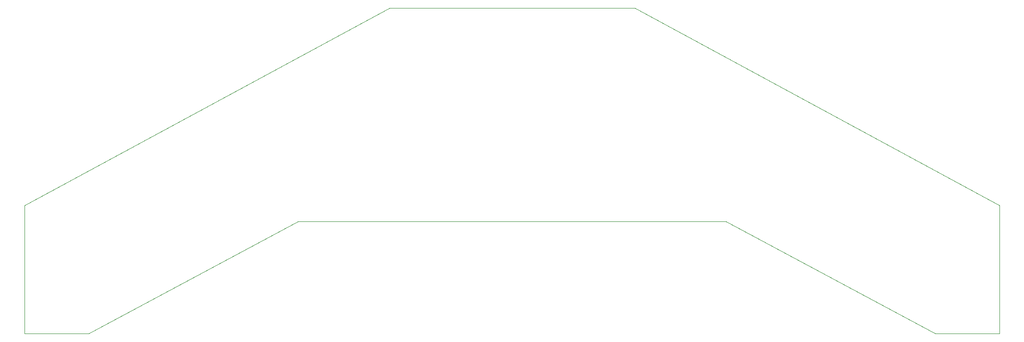
<source format=gm1>
G04 #@! TF.GenerationSoftware,KiCad,Pcbnew,(6.0.0)*
G04 #@! TF.CreationDate,2022-01-13T00:17:18-05:00*
G04 #@! TF.ProjectId,TGD,5447442e-6b69-4636-9164-5f7063625858,rev?*
G04 #@! TF.SameCoordinates,Original*
G04 #@! TF.FileFunction,Profile,NP*
%FSLAX46Y46*%
G04 Gerber Fmt 4.6, Leading zero omitted, Abs format (unit mm)*
G04 Created by KiCad (PCBNEW (6.0.0)) date 2022-01-13 00:17:18*
%MOMM*%
%LPD*%
G01*
G04 APERTURE LIST*
G04 #@! TA.AperFunction,Profile*
%ADD10C,0.050000*%
G04 #@! TD*
G04 #@! TA.AperFunction,Profile*
%ADD11C,0.100000*%
G04 #@! TD*
G04 APERTURE END LIST*
D10*
X87500000Y-35500000D02*
X87500000Y-58500000D01*
X76000000Y-58500000D02*
X87500000Y-58500000D01*
D11*
X-76000000Y-58500000D02*
X-87500000Y-58500000D01*
X-87500000Y-35500000D02*
X-87500000Y-58500000D01*
D10*
X38400000Y-38300000D02*
X76000000Y-58500000D01*
X-38400000Y-38300000D02*
X38400000Y-38300000D01*
X-22000000Y0D02*
X-87500000Y-35500000D01*
X87500000Y-35500000D02*
X22000000Y0D01*
X22000000Y0D02*
X-22000000Y0D01*
X-76000000Y-58500000D02*
X-38400000Y-38300000D01*
M02*

</source>
